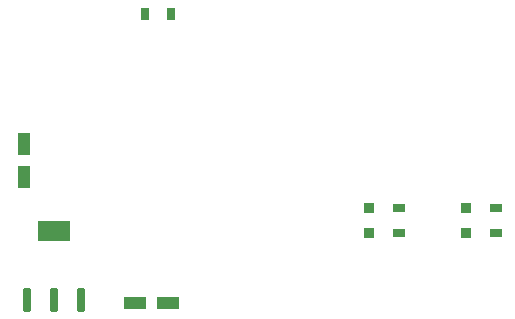
<source format=gbr>
G04 --- HEADER BEGIN --- *
G04 #@! TF.GenerationSoftware,LibrePCB,LibrePCB,1.1.0*
G04 #@! TF.CreationDate,2024-11-03T19:05:04*
G04 #@! TF.ProjectId,Nixie Counter,cfaec193-39cb-4766-881d-db9368be8cff,v2.0*
G04 #@! TF.Part,Single*
G04 #@! TF.SameCoordinates*
G04 #@! TF.FileFunction,Paste,Top*
G04 #@! TF.FilePolarity,Positive*
%FSLAX66Y66*%
%MOMM*%
G01*
G75*
G04 --- HEADER END --- *
G04 --- APERTURE LIST BEGIN --- *
%ADD10R,1.11X0.76*%
%ADD11R,0.76X1.11*%
%ADD12R,2.82X1.72*%
%AMROUNDEDRECT13*20,1,0.76,-0.8375,0.0,0.8375,0.0,90.0*20,1,0.475,-0.98,0.0,0.98,0.0,90.0*1,1,0.285,-0.2375,-0.8375*1,1,0.285,-0.2375,0.8375*1,1,0.285,0.2375,0.8375*1,1,0.285,0.2375,-0.8375*%
%ADD13ROUNDEDRECT13*%
%ADD14R,0.96X0.96*%
%ADD15R,1.93X1.08*%
%ADD16R,1.08X1.93*%
G04 --- APERTURE LIST END --- *
G04 --- BOARD BEGIN --- *
D10*
G04 #@! TO.C,R2*
X94615000Y21150000D03*
X94615000Y23300000D03*
D11*
G04 #@! TO.C,R3*
X64886456Y39688000D03*
X67036456Y39688000D03*
D12*
G04 #@! TO.C,U2*
X57150720Y21315360D03*
D13*
X54850720Y15515360D03*
X57150720Y15515360D03*
X59450720Y15515360D03*
D14*
G04 #@! TO.C,LED2*
X92075000Y23275000D03*
X92075000Y21175000D03*
D10*
G04 #@! TO.C,R1*
X86360000Y21150000D03*
X86360000Y23300000D03*
D14*
G04 #@! TO.C,LED1*
X83820000Y23275000D03*
X83820000Y21175000D03*
D15*
G04 #@! TO.C,C4*
X63995000Y15240000D03*
X66815000Y15240000D03*
D16*
G04 #@! TO.C,C2*
X54610688Y25895448D03*
X54610688Y28715448D03*
G04 --- BOARD END --- *
G04 #@! TF.MD5,f834c3340e55d752277d5b0f5cffb4f2*
M02*

</source>
